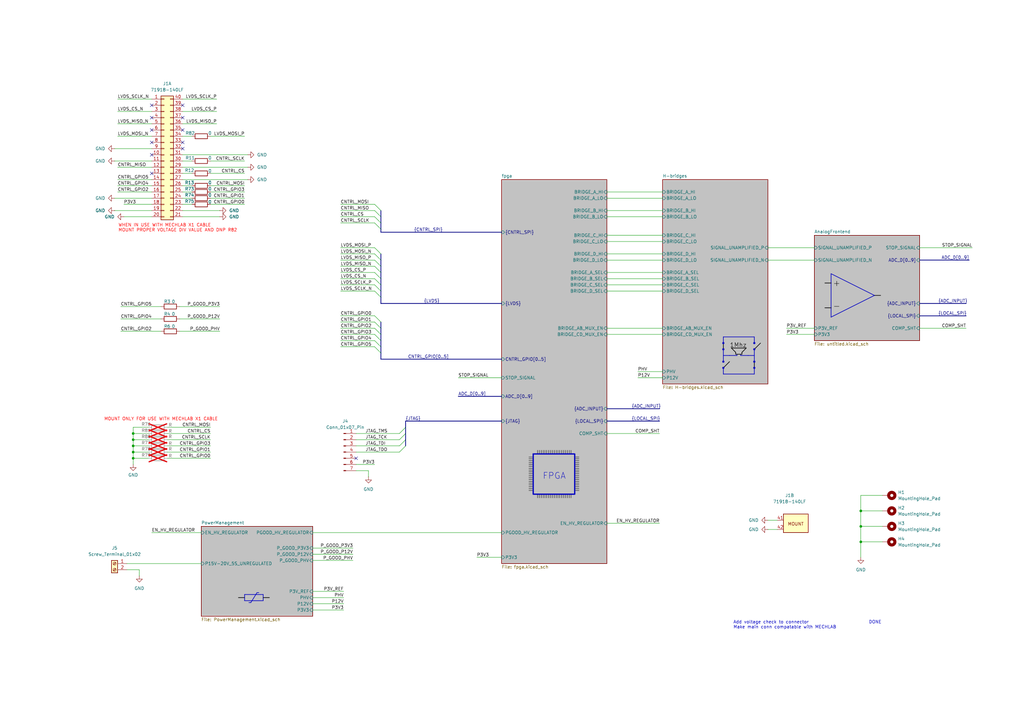
<source format=kicad_sch>
(kicad_sch (version 20231120) (generator "eeschema") (generator_version "8.0")
  (paper "A3")
  (lib_symbols
    (symbol "10_ICs:71918-140LF" (pin_names hide)
      (property "Reference" "J" (at 0.508 1.016 0))
      (property "Value" "71918-140LF" (at 0 0 0))
      (symbol "71918-140LF_1_1"
        (pin passive line (at -3.81 -1.27 0) (length 3.81) (name "Pin_1") (number "1"))
        (pin passive line (at -3.81 -24.13 0) (length 3.81) (name "Pin_10") (number "10"))
        (pin passive line (at -3.81 -26.67 0) (length 3.81) (name "Pin_11") (number "11"))
        (pin passive line (at -3.81 -29.21 0) (length 3.81) (name "Pin_12") (number "12"))
        (pin passive line (at -3.81 -31.75 0) (length 3.81) (name "Pin_13") (number "13"))
        (pin passive line (at -3.81 -34.29 0) (length 3.81) (name "Pin_14") (number "14"))
        (pin passive line (at -3.81 -36.83 0) (length 3.81) (name "Pin_15") (number "15"))
        (pin passive line (at -3.81 -39.37 0) (length 3.81) (name "Pin_16") (number "16"))
        (pin passive line (at -3.81 -41.91 0) (length 3.81) (name "Pin_17") (number "17"))
        (pin passive line (at -3.81 -44.45 0) (length 3.81) (name "Pin_18") (number "18"))
        (pin passive line (at -3.81 -46.99 0) (length 3.81) (name "Pin_19") (number "19"))
        (pin passive line (at -3.81 -3.81 0) (length 3.81) (name "Pin_2") (number "2"))
        (pin passive line (at -3.81 -49.53 0) (length 3.81) (name "Pin_20") (number "20"))
        (pin passive line (at 8.89 -49.53 180) (length 3.81) (name "Pin_21") (number "21"))
        (pin passive line (at 8.89 -46.99 180) (length 3.81) (name "Pin_22") (number "22"))
        (pin passive line (at 8.89 -44.45 180) (length 3.81) (name "Pin_23") (number "23"))
        (pin passive line (at 8.89 -41.91 180) (length 3.81) (name "Pin_24") (number "24"))
        (pin passive line (at 8.89 -39.37 180) (length 3.81) (name "Pin_25") (number "25"))
        (pin passive line (at 8.89 -36.83 180) (length 3.81) (name "Pin_26") (number "26"))
        (pin passive line (at 8.89 -34.29 180) (length 3.81) (name "Pin_27") (number "27"))
        (pin passive line (at 8.89 -31.75 180) (length 3.81) (name "Pin_28") (number "28"))
        (pin passive line (at 8.89 -29.21 180) (length 3.81) (name "Pin_29") (number "29"))
        (pin passive line (at -3.81 -6.35 0) (length 3.81) (name "Pin_3") (number "3"))
        (pin passive line (at 8.89 -26.67 180) (length 3.81) (name "Pin_30") (number "30"))
        (pin passive line (at 8.89 -24.13 180) (length 3.81) (name "Pin_31") (number "31"))
        (pin passive line (at 8.89 -21.59 180) (length 3.81) (name "Pin_32") (number "32"))
        (pin passive line (at 8.89 -19.05 180) (length 3.81) (name "Pin_33") (number "33"))
        (pin passive line (at 8.89 -16.51 180) (length 3.81) (name "Pin_34") (number "34"))
        (pin passive line (at 8.89 -13.97 180) (length 3.81) (name "Pin_35") (number "35"))
        (pin passive line (at 8.89 -11.43 180) (length 3.81) (name "Pin_36") (number "36"))
        (pin passive line (at 8.89 -8.89 180) (length 3.81) (name "Pin_37") (number "37"))
        (pin passive line (at 8.89 -6.35 180) (length 3.81) (name "Pin_38") (number "38"))
        (pin passive line (at 8.89 -3.81 180) (length 3.81) (name "Pin_39") (number "39"))
        (pin passive line (at -3.81 -8.89 0) (length 3.81) (name "Pin_4") (number "4"))
        (pin passive line (at 8.89 -1.27 180) (length 3.81) (name "Pin_40") (number "40"))
        (pin passive line (at -3.81 -11.43 0) (length 3.81) (name "Pin_5") (number "5"))
        (pin passive line (at -3.81 -13.97 0) (length 3.81) (name "Pin_6") (number "6"))
        (pin passive line (at -3.81 -16.51 0) (length 3.81) (name "Pin_7") (number "7"))
        (pin passive line (at -3.81 -19.05 0) (length 3.81) (name "Pin_8") (number "8"))
        (pin passive line (at -3.81 -21.59 0) (length 3.81) (name "Pin_9") (number "9"))
      )
      (symbol "71918-140LF_2_1"
        (text "MOUNT\n" (at 5.08 -6.604 0) (effects (font (size 1.27 1.27))))
        (pin input line (at -2.54 -5.08 0) (length 2.54) (name "MOUNT_HOLE") (number "41"))
        (pin input line (at -2.54 -8.89 0) (length 2.54) (name "MOUNT_HOLE") (number "42"))
      )
    )
    (symbol "Connector:Conn_01x07_Pin" (pin_names (offset 1.016) hide)
      (property "Reference" "J" (at 0 10.16 0))
      (property "Value" "Conn_01x07_Pin" (at 0 -10.16 0))
      (symbol "Conn_01x07_Pin_1_1"
        (pin passive line (at 5.08 7.62 180) (length 3.81) (name "Pin_1") (number "1"))
        (pin passive line (at 5.08 5.08 180) (length 3.81) (name "Pin_2") (number "2"))
        (pin passive line (at 5.08 2.54 180) (length 3.81) (name "Pin_3") (number "3"))
        (pin passive line (at 5.08 0 180) (length 3.81) (name "Pin_4") (number "4"))
        (pin passive line (at 5.08 -2.54 180) (length 3.81) (name "Pin_5") (number "5"))
        (pin passive line (at 5.08 -5.08 180) (length 3.81) (name "Pin_6") (number "6"))
        (pin passive line (at 5.08 -7.62 180) (length 3.81) (name "Pin_7") (number "7"))
      )
    )
    (symbol "Connector:Screw_Terminal_01x02" (pin_names (offset 1.016) hide)
      (property "Reference" "J" (at 0 2.54 0))
      (property "Value" "Screw_Terminal_01x02" (at 0 -5.08 0))
      (symbol "Screw_Terminal_01x02_1_1"
        (pin passive line (at -5.08 0 0) (length 3.81) (name "Pin_1") (number "1"))
        (pin passive line (at -5.08 -2.54 0) (length 3.81) (name "Pin_2") (number "2"))
      )
    )
    (symbol "Device:R" (pin_numbers hide) (pin_names (offset 0))
      (property "Reference" "R" (at 2.032 0 90))
      (property "Value" "R" (at 0 0 90))
      (symbol "R_1_1"
        (pin passive line (at 0 3.81 270) (length 1.27) (name "~") (number "1"))
        (pin passive line (at 0 -3.81 90) (length 1.27) (name "~") (number "2"))
      )
    )
    (symbol "Mechanical:MountingHole_Pad" (pin_numbers hide) (pin_names (offset 1.016) hide) (exclude_from_sim yes) (in_bom no)
      (property "Reference" "H" (at 0 6.35 0))
      (property "Value" "MountingHole_Pad" (at 0 4.445 0))
      (symbol "MountingHole_Pad_1_1"
        (pin input line (at 0 -2.54 90) (length 2.54) (name "1") (number "1"))
      )
    )
    (symbol "power:GND" (power) (pin_numbers hide) (pin_names (offset 0) hide)
      (property "Value" "GND" (at 0 -3.81 0))
      (symbol "GND_1_1"
        (pin power_in line (at 0 0 270) (length 0) (name "~") (number "1"))
      )
    )
  )
  (bus_alias "CNTRL_SPI" (members "CNTRL_MOSI" "CNTRL_MISO" "CNTRL_CS" "CNTRL_SCLK"))
  (bus_alias "LVDS" (members "LVDS_MOSI_P" "LVDS_MOSI_N" "LVDS_MISO_P" "LVDS_MISO_N" "LVDS_CS_P" "LVDS_CS_N" "LVDS_SCLK_P" "LVDS_SCLK_N"))
  (junction (at 353.06 222.25))
  (junction (at 353.06 215.9))
  (junction (at 54.61 187.96))
  (junction (at 353.06 209.55))
  (junction (at 54.61 177.8))
  (junction (at 54.61 185.42))
  (junction (at 54.61 182.88))
  (junction (at 54.61 180.34))
  (no_connect (at 62.23 58.42))
  (no_connect (at 74.93 58.42))
  (no_connect (at 62.23 63.5))
  (no_connect (at 146.05 187.96))
  (no_connect (at 62.23 71.12))
  (no_connect (at 74.93 60.96))
  (no_connect (at 62.23 48.26))
  (no_connect (at 74.93 53.34))
  (no_connect (at 62.23 53.34))
  (no_connect (at 62.23 43.18))
  (no_connect (at 74.93 43.18))
  (no_connect (at 74.93 48.26))
  (bus_entry (at 153.67 106.68) (size 2.54 2.54))
  (bus_entry (at 153.67 129.54) (size 2.54 2.54))
  (bus_entry (at 153.67 116.84) (size 2.54 2.54))
  (bus_entry (at 153.67 83.82) (size 2.54 2.54))
  (bus_entry (at 153.67 132.08) (size 2.54 2.54))
  (bus_entry (at 153.67 91.44) (size 2.54 2.54))
  (bus_entry (at 166.37 180.34) (size -2.54 2.54))
  (bus_entry (at 153.67 111.76) (size 2.54 2.54))
  (bus_entry (at 153.67 114.3) (size 2.54 2.54))
  (bus_entry (at 153.67 86.36) (size 2.54 2.54))
  (bus_entry (at 153.67 119.38) (size 2.54 2.54))
  (bus_entry (at 153.67 142.24) (size 2.54 2.54))
  (bus_entry (at 153.67 101.6) (size 2.54 2.54))
  (bus_entry (at 153.67 109.22) (size 2.54 2.54))
  (bus_entry (at 166.37 182.88) (size -2.54 2.54))
  (bus_entry (at 166.37 175.26) (size -2.54 2.54))
  (bus_entry (at 153.67 139.7) (size 2.54 2.54))
  (bus_entry (at 153.67 104.14) (size 2.54 2.54))
  (bus_entry (at 166.37 177.8) (size -2.54 2.54))
  (bus_entry (at 153.67 137.16) (size 2.54 2.54))
  (bus_entry (at 153.67 88.9) (size 2.54 2.54))
  (bus_entry (at 153.67 134.62) (size 2.54 2.54))
  (polyline (pts (xy 235.966 197.358) (xy 237.49 197.358)) (stroke (width 0) (color 0 0 0 1)))
  (bus (pts (xy 166.37 175.26) (xy 166.37 177.8)))
  (wire (pts (xy 248.92 177.8) (xy 270.51 177.8)))
  (polyline (pts (xy 235.966 195.834) (xy 237.49 195.834)) (stroke (width 0) (color 0 0 0 1)))
  (wire (pts (xy 128.27 242.57) (xy 140.97 242.57)))
  (polyline (pts (xy 358.648 121.158) (xy 340.868 112.268)) (stroke (width 0.254)))
  (bus (pts (xy 377.19 106.68) (xy 397.51 106.68)))
  (bus (pts (xy 248.92 172.72) (xy 270.51 172.72)))
  (polyline (pts (xy 231.14 202.692) (xy 231.14 204.216)) (stroke (width 0) (color 0 0 0 1)))
  (wire (pts (xy 248.92 111.76) (xy 271.78 111.76)))
  (polyline (pts (xy 228.854 202.692) (xy 228.854 204.216)) (stroke (width 0) (color 0 0 0 1)))
  (polyline (pts (xy 233.426 186.182) (xy 233.426 184.658)) (stroke (width 0) (color 0 0 0 1)))
  (polyline (pts (xy 225.044 186.182) (xy 225.044 184.658)) (stroke (width 0) (color 0 0 0 1)))
  (wire (pts (xy 334.01 137.16) (xy 322.58 137.16)))
  (wire (pts (xy 88.9 50.8) (xy 74.93 50.8)))
  (wire (pts (xy 48.26 40.64) (xy 62.23 40.64)))
  (polyline (pts (xy 231.14 186.182) (xy 231.14 184.658)) (stroke (width 0) (color 0 0 0 1)))
  (wire (pts (xy 271.78 154.94) (xy 261.62 154.94)))
  (wire (pts (xy 195.58 228.6) (xy 205.74 228.6)))
  (wire (pts (xy 100.33 83.82) (xy 86.36 83.82)))
  (polyline (pts (xy 338.328 116.078) (xy 340.868 116.078)) (stroke (width 0.254) (color 0 0 0 1)))
  (wire (pts (xy 101.6 73.66) (xy 74.93 73.66)))
  (polyline (pts (xy 235.966 187.452) (xy 237.49 187.452)) (stroke (width 0) (color 0 0 0 1)))
  (wire (pts (xy 46.99 60.96) (xy 62.23 60.96)))
  (wire (pts (xy 54.61 187.96) (xy 60.96 187.96)))
  (wire (pts (xy 54.61 177.8) (xy 60.96 177.8)))
  (bus (pts (xy 156.21 132.08) (xy 156.21 134.62)))
  (polyline (pts (xy 107.95 245.11) (xy 110.49 245.11)) (stroke (width 0.254) (color 0 0 0 1)))
  (wire (pts (xy 74.93 81.28) (xy 78.74 81.28)))
  (polyline (pts (xy 221.996 186.182) (xy 221.996 184.658)) (stroke (width 0) (color 0 0 0 1)))
  (polyline (pts (xy 234.188 186.182) (xy 234.188 184.658)) (stroke (width 0) (color 0 0 0 1)))
  (wire (pts (xy 128.27 227.33) (xy 144.78 227.33)))
  (bus (pts (xy 156.21 121.92) (xy 156.21 124.46)))
  (wire (pts (xy 248.92 214.63) (xy 270.51 214.63)))
  (bus (pts (xy 156.21 119.38) (xy 156.21 121.92)))
  (polyline (pts (xy 228.092 186.182) (xy 228.092 184.658)) (stroke (width 0) (color 0 0 0 1)))
  (polyline (pts (xy 231.902 202.692) (xy 231.902 204.216)) (stroke (width 0) (color 0 0 0 1)))
  (polyline (pts (xy 303.784 145.288) (xy 303.784 145.796)) (stroke (width 0.254)))
  (wire (pts (xy 248.92 88.9) (xy 271.78 88.9)))
  (wire (pts (xy 248.92 134.62) (xy 271.78 134.62)))
  (wire (pts (xy 54.61 187.96) (xy 54.61 185.42)))
  (bus (pts (xy 156.21 144.78) (xy 156.21 147.32)))
  (polyline (pts (xy 218.44 189.738) (xy 216.916 189.738)) (stroke (width 0) (color 0 0 0 1)))
  (bus (pts (xy 156.21 137.16) (xy 156.21 139.7)))
  (wire (pts (xy 52.07 231.14) (xy 82.55 231.14)))
  (wire (pts (xy 46.99 81.28) (xy 62.23 81.28)))
  (polyline (pts (xy 296.672 150.876) (xy 296.672 153.416)) (stroke (width 0.254)))
  (wire (pts (xy 139.7 137.16) (xy 153.67 137.16)))
  (wire (pts (xy 139.7 134.62) (xy 153.67 134.62)))
  (polyline (pts (xy 309.372 145.796) (xy 309.372 148.336)) (stroke (width 0.254)))
  (polyline (pts (xy 225.806 202.692) (xy 225.806 204.216)) (stroke (width 0) (color 0 0 0 1)))
  (wire (pts (xy 248.92 96.52) (xy 271.78 96.52)))
  (bus (pts (xy 156.21 95.25) (xy 205.74 95.25)))
  (polyline (pts (xy 228.092 202.692) (xy 228.092 204.216)) (stroke (width 0) (color 0 0 0 1)))
  (polyline (pts (xy 309.372 143.256) (xy 309.372 145.796)) (stroke (width 0.254)))
  (polyline (pts (xy 296.672 153.416) (xy 309.372 153.416)) (stroke (width 0.254)))
  (bus (pts (xy 156.21 142.24) (xy 156.21 144.78)))
  (wire (pts (xy 139.7 111.76) (xy 153.67 111.76)))
  (polyline (pts (xy 296.672 138.176) (xy 296.672 140.716)) (stroke (width 0.254)))
  (polyline (pts (xy 235.966 198.882) (xy 237.49 198.882)) (stroke (width 0) (color 0 0 0 1)))
  (polyline (pts (xy 107.95 246.38) (xy 100.33 246.38)) (stroke (width 0.254)))
  (wire (pts (xy 153.67 190.5) (xy 146.05 190.5)))
  (polyline (pts (xy 235.966 196.596) (xy 237.49 196.596)) (stroke (width 0) (color 0 0 0 1)))
  (polyline (pts (xy 309.372 140.716) (xy 309.372 138.176)) (stroke (width 0.254)))
  (polyline (pts (xy 235.966 200.406) (xy 237.49 200.406)) (stroke (width 0) (color 0 0 0 1)))
  (wire (pts (xy 128.27 224.79) (xy 144.78 224.79)))
  (wire (pts (xy 74.93 78.74) (xy 78.74 78.74)))
  (wire (pts (xy 248.92 81.28) (xy 271.78 81.28)))
  (polyline (pts (xy 235.966 189.738) (xy 237.49 189.738)) (stroke (width 0) (color 0 0 0 1)))
  (wire (pts (xy 62.23 73.66) (xy 48.26 73.66)))
  (wire (pts (xy 377.19 101.6) (xy 398.78 101.6)))
  (wire (pts (xy 88.9 40.64) (xy 74.93 40.64)))
  (wire (pts (xy 50.8 88.9) (xy 62.23 88.9)))
  (bus (pts (xy 166.37 172.72) (xy 205.74 172.72)))
  (wire (pts (xy 86.36 66.04) (xy 100.33 66.04)))
  (bus (pts (xy 156.21 88.9) (xy 156.21 91.44)))
  (wire (pts (xy 128.27 250.19) (xy 140.97 250.19)))
  (wire (pts (xy 46.99 86.36) (xy 62.23 86.36)))
  (bus (pts (xy 377.19 129.54) (xy 396.24 129.54)))
  (polyline (pts (xy 218.44 198.12) (xy 216.916 198.12)) (stroke (width 0) (color 0 0 0 1)))
  (polyline (pts (xy 218.44 198.882) (xy 216.916 198.882)) (stroke (width 0) (color 0 0 0 1)))
  (wire (pts (xy 361.95 203.2) (xy 353.06 203.2)))
  (wire (pts (xy 353.06 222.25) (xy 353.06 228.6)))
  (polyline (pts (xy 227.33 202.692) (xy 227.33 204.216)) (stroke (width 0) (color 0 0 0 1)))
  (wire (pts (xy 100.33 81.28) (xy 86.36 81.28)))
  (wire (pts (xy 86.36 55.88) (xy 100.33 55.88)))
  (polyline (pts (xy 235.966 194.31) (xy 237.49 194.31)) (stroke (width 0) (color 0 0 0 1)))
  (wire (pts (xy 146.05 177.8) (xy 163.83 177.8)))
  (wire (pts (xy 54.61 185.42) (xy 54.61 182.88)))
  (polyline (pts (xy 309.372 148.336) (xy 309.372 150.876)) (stroke (width 0.254) (color 0 0 0 1)))
  (wire (pts (xy 73.66 130.81) (xy 90.17 130.81)))
  (wire (pts (xy 68.58 187.96) (xy 86.36 187.96)))
  (wire (pts (xy 187.96 154.94) (xy 205.74 154.94)))
  (polyline (pts (xy 303.784 145.796) (xy 306.832 145.796)) (stroke (width 0.254)))
  (polyline (pts (xy 304.292 144.526) (xy 304.292 145.288)) (stroke (width 0.254) (color 0 0 0 1)))
  (wire (pts (xy 62.23 83.82) (xy 50.8 83.82)))
  (polyline (pts (xy 306.832 145.796) (xy 309.372 145.796)) (stroke (width 0.254)))
  (polyline (pts (xy 218.44 193.548) (xy 216.916 193.548)) (stroke (width 0) (color 0 0 0 1)))
  (wire (pts (xy 353.06 209.55) (xy 353.06 215.9)))
  (wire (pts (xy 62.23 76.2) (xy 48.26 76.2)))
  (wire (pts (xy 90.17 86.36) (xy 74.93 86.36)))
  (wire (pts (xy 248.92 104.14) (xy 271.78 104.14)))
  (wire (pts (xy 139.7 86.36) (xy 153.67 86.36)))
  (polyline (pts (xy 218.44 191.262) (xy 216.916 191.262)) (stroke (width 0) (color 0 0 0 1)))
  (polyline (pts (xy 296.672 150.876) (xy 299.212 148.336)) (stroke (width 0.254) (color 0 0 0 1)))
  (polyline (pts (xy 230.378 202.692) (xy 230.378 204.216)) (stroke (width 0) (color 0 0 0 1)))
  (wire (pts (xy 139.7 104.14) (xy 153.67 104.14)))
  (polyline (pts (xy 107.95 243.84) (xy 107.95 246.38)) (stroke (width 0.254)))
  (polyline (pts (xy 224.282 202.692) (xy 224.282 204.216)) (stroke (width 0) (color 0 0 0 1)))
  (polyline (pts (xy 220.472 202.692) (xy 220.472 204.216)) (stroke (width 0) (color 0 0 0 1)))
  (wire (pts (xy 139.7 116.84) (xy 153.67 116.84)))
  (polyline (pts (xy 235.966 198.12) (xy 237.49 198.12)) (stroke (width 0) (color 0 0 0 1)))
  (wire (pts (xy 82.55 218.44) (xy 62.23 218.44)))
  (polyline (pts (xy 220.472 186.182) (xy 220.472 184.658)) (stroke (width 0) (color 0 0 0 1)))
  (polyline (pts (xy 235.966 195.072) (xy 237.49 195.072)) (stroke (width 0) (color 0 0 0 1)))
  (polyline (pts (xy 232.664 202.692) (xy 232.664 204.216)) (stroke (width 0) (color 0 0 0 1)))
  (polyline (pts (xy 299.974 142.748) (xy 306.07 142.748)) (stroke (width 0.254) (color 0 0 0 1)))
  (wire (pts (xy 146.05 180.34) (xy 163.83 180.34)))
  (wire (pts (xy 353.06 203.2) (xy 353.06 209.55)))
  (bus (pts (xy 187.96 162.56) (xy 205.74 162.56)))
  (wire (pts (xy 139.7 142.24) (xy 153.67 142.24)))
  (bus (pts (xy 156.21 134.62) (xy 156.21 137.16)))
  (wire (pts (xy 73.66 135.89) (xy 90.17 135.89)))
  (polyline (pts (xy 235.966 191.262) (xy 237.49 191.262)) (stroke (width 0) (color 0 0 0 1)))
  (bus (pts (xy 156.21 111.76) (xy 156.21 114.3)))
  (wire (pts (xy 54.61 180.34) (xy 60.96 180.34)))
  (polyline (pts (xy 234.188 202.692) (xy 234.188 204.216)) (stroke (width 0) (color 0 0 0 1)))
  (polyline (pts (xy 225.806 186.182) (xy 225.806 184.658)) (stroke (width 0) (color 0 0 0 1)))
  (bus (pts (xy 166.37 180.34) (xy 166.37 182.88)))
  (bus (pts (xy 377.19 124.46) (xy 396.24 124.46)))
  (wire (pts (xy 248.92 116.84) (xy 271.78 116.84)))
  (polyline (pts (xy 296.672 138.176) (xy 309.372 138.176)) (stroke (width 0.254)))
  (wire (pts (xy 101.6 63.5) (xy 74.93 63.5)))
  (wire (pts (xy 314.96 101.6) (xy 334.01 101.6)))
  (polyline (pts (xy 227.33 186.182) (xy 227.33 184.658)) (stroke (width 0) (color 0 0 0 1)))
  (polyline (pts (xy 218.44 192.786) (xy 216.916 192.786)) (stroke (width 0) (color 0 0 0 1)))
  (polyline (pts (xy 224.282 186.182) (xy 224.282 184.658)) (stroke (width 0) (color 0 0 0 1)))
  (wire (pts (xy 74.93 71.12) (xy 78.74 71.12)))
  (polyline (pts (xy 100.33 243.84) (xy 107.95 243.84)) (stroke (width 0.254)))
  (wire (pts (xy 48.26 68.58) (xy 62.23 68.58)))
  (bus (pts (xy 156.21 91.44) (xy 156.21 93.98)))
  (bus (pts (xy 156.21 109.22) (xy 156.21 111.76)))
  (wire (pts (xy 139.7 139.7) (xy 153.67 139.7)))
  (wire (pts (xy 248.92 99.06) (xy 271.78 99.06)))
  (wire (pts (xy 334.01 134.62) (xy 322.58 134.62)))
  (polyline (pts (xy 221.996 202.692) (xy 221.996 204.216)) (stroke (width 0) (color 0 0 0 1)))
  (wire (pts (xy 54.61 182.88) (xy 60.96 182.88)))
  (polyline (pts (xy 100.33 243.84) (xy 100.33 246.38)) (stroke (width 0.254)))
  (wire (pts (xy 248.92 78.74) (xy 271.78 78.74)))
  (wire (pts (xy 139.7 101.6) (xy 153.67 101.6)))
  (bus (pts (xy 166.37 172.72) (xy 166.37 175.26)))
  (polyline (pts (xy 223.52 202.692) (xy 223.52 204.216)) (stroke (width 0) (color 0 0 0 1)))
  (wire (pts (xy 248.92 114.3) (xy 271.78 114.3)))
  (polyline (pts (xy 226.568 186.182) (xy 226.568 184.658)) (stroke (width 0) (color 0 0 0 1)))
  (wire (pts (xy 353.06 222.25) (xy 361.95 222.25)))
  (polyline (pts (xy 218.44 200.406) (xy 216.916 200.406)) (stroke (width 0) (color 0 0 0 1)))
  (wire (pts (xy 48.26 45.72) (xy 62.23 45.72)))
  (wire (pts (xy 54.61 190.5) (xy 54.61 187.96)))
  (wire (pts (xy 271.78 152.4) (xy 261.62 152.4)))
  (wire (pts (xy 54.61 180.34) (xy 54.61 177.8)))
  (polyline (pts (xy 230.378 186.182) (xy 230.378 184.658)) (stroke (width 0) (color 0 0 0 1)))
  (polyline (pts (xy 218.44 201.168) (xy 216.916 201.168)) (stroke (width 0) (color 0 0 0 1)))
  (polyline (pts (xy 358.648 121.158) (xy 361.188 121.158)) (stroke (width 0.254) (color 0 0 0 1)))
  (wire (pts (xy 54.61 175.26) (xy 60.96 175.26)))
  (wire (pts (xy 361.95 215.9) (xy 353.06 215.9)))
  (polyline (pts (xy 221.234 186.182) (xy 221.234 184.658)) (stroke (width 0) (color 0 0 0 1)))
  (polyline (pts (xy 302.26 145.288) (xy 302.26 145.796)) (stroke (width 0.254)))
  (polyline (pts (xy 235.966 192.024) (xy 237.49 192.024)) (stroke (width 0) (color 0 0 0 1)))
  (polyline (pts (xy 223.52 186.182) (xy 223.52 184.658)) (stroke (width 0) (color 0 0 0 1)))
  (wire (pts (xy 54.61 182.88) (xy 54.61 180.34)))
  (wire (pts (xy 54.61 177.8) (xy 54.61 175.26)))
  (polyline (pts (xy 228.854 186.182) (xy 228.854 184.658)) (stroke (width 0) (color 0 0 0 1)))
  (polyline (pts (xy 231.902 186.182) (xy 231.902 184.658)) (stroke (width 0) (color 0 0 0 1)))
  (polyline (pts (xy 218.44 192.024) (xy 216.916 192.024)) (stroke (width 0) (color 0 0 0 1)))
  (wire (pts (xy 52.07 233.68) (xy 57.15 233.68)))
  (polyline (pts (xy 222.758 202.692) (xy 222.758 204.216)) (stroke (width 0) (color 0 0 0 1)))
  (polyline (pts (xy 235.966 188.214) (xy 237.49 188.214)) (stroke (width 0) (color 0 0 0 1)))
  (wire (pts (xy 139.7 106.68) (xy 153.67 106.68)))
  (polyline (pts (xy 235.966 190.5) (xy 237.49 190.5)) (stroke (width 0) (color 0 0 0 1)))
  (bus (pts (xy 156.21 116.84) (xy 156.21 119.38)))
  (wire (pts (xy 139.7 132.08) (xy 153.67 132.08)))
  (bus (pts (xy 156.21 86.36) (xy 156.21 88.9)))
  (wire (pts (xy 74.93 66.04) (xy 78.74 66.04)))
  (bus (pts (xy 156.21 147.32) (xy 205.74 147.32)))
  (wire (pts (xy 128.27 245.11) (xy 140.97 245.11)))
  (polyline (pts (xy 235.966 199.644) (xy 237.49 199.644)) (stroke (width 0) (color 0 0 0 1)))
  (polyline (pts (xy 299.212 145.796) (xy 302.26 145.796)) (stroke (width 0.254)))
  (polyline (pts (xy 235.966 192.786) (xy 237.49 192.786)) (stroke (width 0) (color 0 0 0 1)))
  (polyline (pts (xy 105.41 243.078) (xy 106.172 243.078)) (stroke (width 0.254)))
  (wire (pts (xy 353.06 215.9) (xy 353.06 222.25)))
  (wire (pts (xy 49.53 130.81) (xy 66.04 130.81)))
  (polyline (pts (xy 218.44 196.596) (xy 216.916 196.596)) (stroke (width 0) (color 0 0 0 1)))
  (wire (pts (xy 49.53 135.89) (xy 66.04 135.89)))
  (polyline (pts (xy 218.44 188.976) (xy 216.916 188.976)) (stroke (width 0) (color 0 0 0 1)))
  (wire (pts (xy 54.61 185.42) (xy 60.96 185.42)))
  (polyline (pts (xy 218.44 188.214) (xy 216.916 188.214)) (stroke (width 0) (color 0 0 0 1)))
  (wire (pts (xy 248.92 137.16) (xy 271.78 137.16)))
  (polyline (pts (xy 301.752 145.288) (xy 304.292 145.288)) (stroke (width 0.254) (color 0 0 0 1)))
  (polyline (pts (xy 218.44 195.072) (xy 216.916 195.072)) (stroke (width 0) (color 0 0 0 1)))
  (wire (pts (xy 88.9 45.72) (xy 74.93 45.72)))
  (polyline (pts (xy 235.966 188.976) (xy 237.49 188.976)) (stroke (width 0) (color 0 0 0 1)))
  (polyline (pts (xy 229.616 186.182) (xy 229.616 184.658)) (stroke (width 0) (color 0 0 0 1)))
  (polyline (pts (xy 218.44 190.5) (xy 216.916 190.5)) (stroke (width 0) (color 0 0 0 1)))
  (polyline (pts (xy 229.616 202.692) (xy 229.616 204.216)) (stroke (width 0) (color 0 0 0 1)))
  (wire (pts (xy 101.6 68.58) (xy 74.93 68.58)))
  (wire (pts (xy 68.58 182.88) (xy 86.36 182.88)))
  (polyline (pts (xy 218.44 187.452) (xy 216.916 187.452)) (stroke (width 0) (color 0 0 0 1)))
  (polyline (pts (xy 296.672 140.716) (xy 296.672 143.256)) (stroke (width 0.254) (color 0 0 0 1)))
  (wire (pts (xy 139.7 88.9) (xy 153.67 88.9)))
  (polyline (pts (xy 233.426 202.692) (xy 233.426 204.216)) (stroke (width 0) (color 0 0 0 1)))
  (polyline (pts (xy 218.44 195.834) (xy 216.916 195.834)) (stroke (width 0) (color 0 0 0 1)))
  (polyline (pts (xy 222.758 186.182) (xy 222.758 184.658)) (stroke (width 0) (color 0 0 0 1)))
  (polyline (pts (xy 296.672 145.796) (xy 299.212 145.796)) (stroke (width 0.254)))
  (wire (pts (xy 314.96 106.68) (xy 334.01 106.68)))
  (bus (pts (xy 156.21 124.46) (xy 205.74 124.46)))
  (polyline (pts (xy 338.328 126.238) (xy 340.868 126.238)) (stroke (width 0.254) (color 0 0 0 1)))
  (wire (pts (xy 139.7 91.44) (xy 153.67 91.44)))
  (wire (pts (xy 139.7 109.22) (xy 153.67 109.22)))
  (polyline (pts (xy 225.044 202.692) (xy 225.044 204.216)) (stroke (width 0) (color 0 0 0 1)))
  (wire (pts (xy 377.19 134.62) (xy 396.24 134.62)))
  (polyline (pts (xy 340.868 112.268) (xy 340.868 130.048)) (stroke (width 0.254)))
  (wire (pts (xy 86.36 78.74) (xy 100.33 78.74)))
  (polyline (pts (xy 235.966 201.168) (xy 237.49 201.168)) (stroke (width 0) (color 0 0 0 1)))
  (polyline (pts (xy 232.664 186.182) (xy 232.664 184.658)) (stroke (width 0) (color 0 0 0 1)))
  (wire (pts (xy 146.05 185.42) (xy 163.83 185.42)))
  (wire (pts (xy 74.93 55.88) (xy 78.74 55.88)))
  (polyline (pts (xy 340.868 130.048) (xy 358.648 121.158)) (stroke (width 0.254)))
  (polyline (pts (xy 218.44 197.358) (xy 216.916 197.358)) (stroke (width 0) (color 0 0 0 1)))
  (wire (pts (xy 361.95 209.55) (xy 353.06 209.55)))
  (wire (pts (xy 139.7 119.38) (xy 153.67 119.38)))
  (wire (pts (xy 49.53 125.73) (xy 66.04 125.73)))
  (wire (pts (xy 128.27 218.44) (xy 205.74 218.44)))
  (polyline (pts (xy 301.752 144.526) (xy 301.752 145.288)) (stroke (width 0.254) (color 0 0 0 1)))
  (wire (pts (xy 68.58 180.34) (xy 86.36 180.34)))
  (wire (pts (xy 74.93 83.82) (xy 78.74 83.82)))
  (wire (pts (xy 248.92 119.38) (xy 271.78 119.38)))
  (polyline (pts (xy 296.672 143.256) (xy 296.672 148.336)) (stroke (width 0.254)))
  (polyline (pts (xy 221.234 202.692) (xy 221.234 204.216)) (stroke (width 0) (color 0 0 0 1)))
  (polyline (pts (xy 299.974 142.748) (xy 301.752 144.526)) (stroke (width 0.254) (color 0 0 0 1)))
  (wire (pts (xy 48.26 50.8) (xy 62.23 50.8)))
  (bus (pts (xy 166.37 177.8) (xy 166.37 180.34)))
  (wire (pts (xy 139.7 129.54) (xy 153.67 129.54)))
  (polyline (pts (xy 102.108 247.142) (xy 102.87 247.142)) (stroke (width 0.254)))
  (wire (pts (xy 128.27 229.87) (xy 144.78 229.87)))
  (wire (pts (xy 74.93 76.2) (xy 78.74 76.2)))
  (polyline (pts (xy 226.568 202.692) (xy 226.568 204.216)) (stroke (width 0) (color 0 0 0 1)))
  (wire (pts (xy 100.33 76.2) (xy 86.36 76.2)))
  (wire (pts (xy 68.58 177.8) (xy 86.36 177.8)))
  (polyline (pts (xy 235.966 193.548) (xy 237.49 193.548)) (stroke (width 0) (color 0 0 0 1)))
  (polyline (pts (xy 102.87 247.142) (xy 105.41 243.078)) (stroke (width 0.254)))
  (bus (pts (xy 156.21 139.7) (xy 156.21 142.24)))
  (wire (pts (xy 151.13 193.04) (xy 151.13 195.58)))
  (bus (pts (xy 248.92 167.64) (xy 270.51 167.64)))
  (bus (pts (xy 156.21 106.68) (xy 156.21 109.22)))
  (wire (pts (xy 314.96 217.17) (xy 318.77 217.17)))
  (wire (pts (xy 248.92 106.68) (xy 271.78 106.68)))
  (bus (pts (xy 156.21 114.3) (xy 156.21 116.84)))
  (wire (pts (xy 90.17 88.9) (xy 74.93 88.9)))
  (wire (pts (xy 73.66 125.73) (xy 90.17 125.73)))
  (polyline (pts (xy 304.292 144.526) (xy 306.07 142.748)) (stroke (width 0.254) (color 0 0 0 1)))
  (polyline (pts (xy 218.44 199.644) (xy 216.916 199.644)) (stroke (width 0) (color 0 0 0 1)))
  (wire (pts (xy 128.27 247.65) (xy 140.97 247.65)))
  (wire (pts (xy 57.15 233.68) (xy 57.15 236.22)))
  (wire (pts (xy 146.05 193.04) (xy 151.13 193.04)))
  (wire (pts (xy 48.26 78.74) (xy 62.23 78.74)))
  (wire (pts (xy 68.58 185.42) (xy 86.36 185.42)))
  (wire (pts (xy 314.96 213.36) (xy 318.77 213.36)))
  (polyline (pts (xy 309.372 143.256) (xy 311.912 140.716)) (stroke (width 0.254) (color 0 0 0 1)))
  (wire (pts (xy 86.36 71.12) (xy 100.33 71.12)))
  (bus (pts (xy 156.21 104.14) (xy 156.21 106.68)))
  (wire (pts (xy 48.26 55.88) (xy 62.23 55.88)))
  (wire (pts (xy 139.7 114.3) (xy 153.67 114.3)))
  (wire (pts (xy 46.99 66.04) (xy 62.23 66.04)))
  (polyline (pts (xy 309.372 150.876) (xy 309.372 153.416)) (stroke (width 0.254)))
  (polyline (pts (xy 218.44 194.31) (xy 216.916 194.31)) (stroke (width 0) (color 0 0 0 1)))
  (wire (pts (xy 146.05 182.88) (xy 163.83 182.88)))
  (wire (pts (xy 139.7 83.82) (xy 153.67 83.82)))
  (wire (pts (xy 248.92 86.36) (xy 271.78 86.36)))
  (wire (pts (xy 68.58 175.26) (xy 86.36 175.26)))
  (bus (pts (xy 156.21 93.98) (xy 156.21 95.25)))
  (polyline (pts (xy 97.79 245.11) (xy 100.33 245.11)) (stroke (width 0.254) (color 0 0 0 1)))
  (circle (center 296.672 140.716) (radius 0.254) (stroke (width 0.381)))
  (circle (center 309.372 148.336) (radius 0.254) (stroke (width 0.381)))
  (circle (center 296.672 148.336) (radius 0.254) (stroke (width 0.381)))
  (circle (center 309.372 140.716) (radius 0.254) (stroke (width 0.381)))
  (circle (center 309.372 150.876) (radius 0.254) (stroke (width 0.381)))
  (circle (center 296.672 143.256) (radius 0.254) (stroke (width 0.381)))
  (rectangle (start 218.694 186.182) (end 235.712 202.692) (stroke (width 0.508)))
  (circle (center 309.372 143.256) (radius 0.254) (stroke (width 0.381)))
  (circle (center 296.672 150.876) (radius 0.254) (stroke (width 0.381)))
  (text "FPGA" (at 227.33 195.326 0) (effects (font (size 2.54 2.54))))
  (text "-" (at 343.154 125.73 0) (effects (font (size 2.54 2.54))))
  (text "WHEN IN USE WITH MECHLAB X1 CABLE\nMOUNT PROPER VOLTAGE DIV VALUE AND DNP R82\n" (at 48.514 93.472 0) (effects (font (size 1.27 1.27)) (justify left)))
  (text "Add voltage check to connector 				DONE\nMake main conn compatable with MECHLAB		\n" (at 300.736 256.286 0) (effects (font (size 1.27 1.27)) (justify left)))
  (text "+" (at 343.154 116.332 0) (effects (font (size 2.54 2.54))))
  (text "MOUNT ONLY FOR USE WITH MECHLAB X1 CABLE" (at 66.04 171.958 0) (effects (font (size 1.27 1.27))))
  (text "1Mhz" (at 302.768 141.732 0) (effects (font (size 1.778 1.778))))
  (label "LVDS_CS_P" (at 88.9 45.72 180))
  (label "LVDS_MOSI_P" (at 139.7 101.6 0))
  (label "P3V_REF" (at 322.58 134.62 0))
  (label "COMP_SHT" (at 270.51 177.8 180))
  (label "P12V" (at 140.97 247.65 180))
  (label "CNTRL_MOSI" (at 100.33 76.2 180))
  (label "LVDS_CS_N" (at 48.26 45.72 0))
  (label "{ADC_INPUT}" (at 259.08 167.64 0))
  (label "P_GOOD_PHV" (at 90.17 135.89 180))
  (label "{CNTRL_SPI}" (at 181.61 95.25 180))
  (label "P3V3" (at 140.97 250.19 180))
  (label "{ADC_INPUT}" (at 384.81 124.46 0))
  (label "LVDS_MISO_P" (at 88.9 50.8 180))
  (label "P_GOOD_P3V3" (at 144.78 224.79 180))
  (label "CNTRL_GPIO4" (at 48.26 76.2 0))
  (label "COMP_SHT" (at 396.24 134.62 180))
  (label "JTAG_TDI" (at 149.86 182.88 0))
  (label "CNTRL_GPIO2" (at 139.7 134.62 0))
  (label "LVDS_CS_P" (at 139.7 111.76 0))
  (label "CNTRL_GPIO3" (at 139.7 137.16 0))
  (label "CNTRL_GPIO5" (at 49.53 125.73 0))
  (label "CNTRL_GPIO2" (at 48.26 78.74 0))
  (label "CNTRL_CS" (at 86.36 177.8 180))
  (label "PHV" (at 261.62 152.4 0))
  (label "CNTRL_GPIO0" (at 86.36 187.96 180))
  (label "LVDS_MISO_P" (at 139.7 106.68 0))
  (label "P_GOOD_P12V" (at 144.78 227.33 180))
  (label "ADC_D[0..9]" (at 187.96 162.56 0))
  (label "LVDS_CS_N" (at 139.7 114.3 0))
  (label "JTAG_TDO" (at 149.86 185.42 0))
  (label "CNTRL_GPIO5" (at 139.7 142.24 0))
  (label "{LOCAL_SPI}" (at 384.81 129.54 0))
  (label "CNTRL_GPIO[0..5]" (at 184.15 147.32 180))
  (label "CNTRL_MOSI" (at 139.7 83.82 0))
  (label "CNTRL_GPIO1" (at 139.7 132.08 0))
  (label "EN_HV_REGULATOR" (at 270.51 214.63 180))
  (label "CNTRL_GPIO0" (at 139.7 129.54 0))
  (label "P_GOOD_PHV" (at 144.78 229.87 180))
  (label "CNTRL_GPIO3" (at 86.36 182.88 180))
  (label "EN_HV_REGULATOR" (at 62.23 218.44 0))
  (label "LVDS_SCLK_N" (at 48.26 40.64 0))
  (label "{LVDS}" (at 180.34 124.46 180))
  (label "CNTRL_GPIO0" (at 100.33 83.82 180))
  (label "P_GOOD_P12V" (at 90.17 130.81 180))
  (label "ADC_D[0..9]" (at 397.51 106.68 180))
  (label "CNTRL_SCLK" (at 139.7 91.44 0))
  (label "CNTRL_GPIO4" (at 49.53 130.81 0))
  (label "LVDS_SCLK_N" (at 139.7 119.38 0))
  (label "CNTRL_GPIO1" (at 100.33 81.28 180))
  (label "CNTRL_GPIO1" (at 86.36 185.42 180))
  (label "CNTRL_GPIO4" (at 139.7 139.7 0))
  (label "P3V_REF" (at 140.97 242.57 180))
  (label "LVDS_SCLK_P" (at 88.9 40.64 180))
  (label "LVDS_MOSI_P" (at 100.33 55.88 180))
  (label "P3V3" (at 322.58 137.16 0))
  (label "STOP_SIGNAL" (at 187.96 154.94 0))
  (label "P3V3" (at 153.67 190.5 180))
  (label "CNTRL_MISO" (at 139.7 86.36 0))
  (label "P3V3" (at 195.58 228.6 0))
  (label "CNTRL_MOSI" (at 86.36 175.26 180))
  (label "{LOCAL_SPI}" (at 259.08 172.72 0))
  (label "LVDS_SCLK_P" (at 139.7 116.84 0))
  (label "CNTRL_CS" (at 100.33 71.12 180))
  (label "P12V" (at 261.62 154.94 0))
  (label "CNTRL_SCLK" (at 100.33 66.04 180))
  (label "LVDS_MISO_N" (at 48.26 50.8 0))
  (label "CNTRL_CS" (at 139.7 88.9 0))
  (label "CNTRL_SCLK" (at 86.36 180.34 180))
  (label "{JTAG}" (at 166.37 172.72 0))
  (label "P_GOOD_P3V3" (at 90.17 125.73 180))
  (label "PHV" (at 140.97 245.11 180))
  (label "CNTRL_GPIO3" (at 100.33 78.74 180))
  (label "CNTRL_GPIO5" (at 48.26 73.66 0))
  (label "CNTRL_GPIO2" (at 49.53 135.89 0))
  (label "LVDS_MOSI_N" (at 48.26 55.88 0))
  (label "P3V3" (at 50.8 83.82 0))
  (label "LVDS_MISO_N" (at 139.7 109.22 0))
  (label "STOP_SIGNAL" (at 398.78 101.6 180))
  (label "LVDS_MOSI_N" (at 139.7 104.14 0))
  (label "CNTRL_MISO" (at 48.26 68.58 0))
  (label "JTAG_TCK" (at 149.86 180.34 0))
  (label "JTAG_TMS" (at 149.86 177.8 0))
  (symbol (lib_id "power:GND") (at 314.96 213.36 270) (unit 1)
    (property "Reference" "#PWR0146" (effects (hide yes)))
    (property "Value" "GND" (at 311.15 213.3599 90) (effects (justify right)))
    (property "Description" "Power symbol creates a global label with name \"GND\" , ground" (effects (hide yes)))
  )
  (symbol (lib_id "power:GND") (at 57.15 236.22 0) (unit 1)
    (property "Reference" "#PWR071" (effects (hide yes)))
    (property "Value" "GND" (at 57.15 241.3 0))
    (property "Description" "Power symbol creates a global label with name \"GND\" , ground" (effects (hide yes)))
  )
  (symbol (lib_id "power:GND") (at 46.99 66.04 270) (unit 1)
    (property "Reference" "#PWR0147" (effects (hide yes)))
    (property "Value" "GND" (at 43.18 66.0399 90) (effects (justify right)))
    (property "Description" "Power symbol creates a global label with name \"GND\" , ground" (effects (hide yes)))
  )
  (symbol (lib_id "Device:R") (at 82.55 55.88 270) (unit 1)
    (property "Reference" "R82" (at 77.978 54.61 90))
    (property "Value" "0" (at 86.106 54.61 90))
    (property "Footprint" "Resistor_SMD:R_0603_1608Metric_Pad0.98x0.95mm_HandSolder" (effects (hide yes)))
    (property "Description" "Resistor" (effects (hide yes)))
  )
  (symbol (lib_id "Mechanical:MountingHole_Pad") (at 364.49 203.2 270) (unit 1)
    (property "Reference" "H1" (at 368.3 201.93 90) (effects (justify left)))
    (property "Value" "MountingHole_Pad" (at 368.3 204.47 90) (effects (justify left)))
    (property "Footprint" "MountingHole:MountingHole_3.2mm_M3_DIN965_Pad_TopBottom" (effects (hide yes)))
    (property "Description" "Mounting Hole with connection" (effects (hide yes)))
  )
  (symbol (lib_id "Device:R") (at 64.77 177.8 270) (unit 1) (dnp yes)
    (property "Reference" "R81" (at 59.944 176.53 90))
    (property "Value" "R" (at 69.85 176.784 90))
    (property "Footprint" "Resistor_SMD:R_0603_1608Metric_Pad0.98x0.95mm_HandSolder" (effects (hide yes)))
    (property "Description" "Resistor" (effects (hide yes)))
  )
  (symbol (lib_id "10_ICs:71918-140LF") (at 321.31 208.28 0) (unit 2)
    (property "Reference" "J1" (at 323.85 203.2 0))
    (property "Value" "71918-140LF" (at 323.85 205.74 0))
    (property "Footprint" "SpecialStuff:CON40_2X20_USZ_FCI_GLE" (effects (hide yes)))
    (property "Datasheet" "https://cdn.amphenol-cs.com/media/wysiwyg/files/documentation/datasheet/boardwiretoboard/bwb_quickie.pdf" (effects (hide yes)))
    (property "Description" "https://cz.mouser.com/ProductDetail/Amphenol-FCI/71918-140LF?qs=9hLN5XLYHvPPuVqtKsh%252BfQ%3D%3D" (effects (hide yes)))
  )
  (symbol (lib_id "power:GND") (at 353.06 228.6 0) (unit 1)
    (property "Reference" "#PWR0137" (effects (hide yes)))
    (property "Value" "GND" (at 353.06 233.68 0))
    (property "Description" "Power symbol creates a global label with name \"GND\" , ground" (effects (hide yes)))
  )
  (symbol (lib_id "Mechanical:MountingHole_Pad") (at 364.49 222.25 270) (unit 1)
    (property "Reference" "H4" (at 368.3 220.98 90) (effects (justify left)))
    (property "Value" "MountingHole_Pad" (at 368.3 223.52 90) (effects (justify left)))
    (property "Footprint" "MountingHole:MountingHole_3.2mm_M3_DIN965_Pad_TopBottom" (effects (hide yes)))
    (property "Description" "Mounting Hole with connection" (effects (hide yes)))
  )
  (symbol (lib_id "Device:R") (at 64.77 175.26 270) (unit 1) (dnp yes)
    (property "Reference" "R76" (at 59.944 173.99 90))
    (property "Value" "R" (at 69.85 174.244 90))
    (property "Footprint" "Resistor_SMD:R_0603_1608Metric_Pad0.98x0.95mm_HandSolder" (effects (hide yes)))
    (property "Description" "Resistor" (effects (hide yes)))
  )
  (symbol (lib_id "Device:R") (at 64.77 180.34 270) (unit 1) (dnp yes)
    (property "Reference" "R80" (at 59.944 179.07 90))
    (property "Value" "R" (at 69.85 179.07 90))
    (property "Footprint" "Resistor_SMD:R_0603_1608Metric_Pad0.98x0.95mm_HandSolder" (effects (hide yes)))
    (property "Description" "Resistor" (effects (hide yes)))
  )
  (symbol (lib_id "power:GND") (at 101.6 63.5 90) (mirror x) (unit 1)
    (property "Reference" "#PWR0101" (effects (hide yes)))
    (property "Value" "GND" (at 105.41 63.4999 90) (effects (justify right)))
    (property "Description" "Power symbol creates a global label with name \"GND\" , ground" (effects (hide yes)))
  )
  (symbol (lib_id "Mechanical:MountingHole_Pad") (at 364.49 215.9 270) (unit 1)
    (property "Reference" "H3" (at 368.3 214.63 90) (effects (justify left)))
    (property "Value" "MountingHole_Pad" (at 368.3 217.17 90) (effects (justify left)))
    (property "Footprint" "MountingHole:MountingHole_3.2mm_M3_DIN965_Pad_TopBottom" (effects (hide yes)))
    (property "Description" "Mounting Hole with connection" (effects (hide yes)))
  )
  (symbol (lib_id "power:GND") (at 90.17 88.9 90) (mirror x) (unit 1)
    (property "Reference" "#PWR0104" (effects (hide yes)))
    (property "Value" "GND" (at 93.98 88.8999 90) (effects (justify right)))
    (property "Description" "Power symbol creates a global label with name \"GND\" , ground" (effects (hide yes)))
  )
  (symbol (lib_id "power:GND") (at 46.99 60.96 270) (unit 1)
    (property "Reference" "#PWR072" (effects (hide yes)))
    (property "Value" "GND" (at 43.18 60.9599 90) (effects (justify right)))
    (property "Description" "Power symbol creates a global label with name \"GND\" , ground" (effects (hide yes)))
  )
  (symbol (lib_id "power:GND") (at 90.17 86.36 90) (mirror x) (unit 1)
    (property "Reference" "#PWR0103" (effects (hide yes)))
    (property "Value" "GND" (at 93.98 86.3599 90) (effects (justify right)))
    (property "Description" "Power symbol creates a global label with name \"GND\" , ground" (effects (hide yes)))
  )
  (symbol (lib_id "Device:R") (at 69.85 135.89 270) (unit 1)
    (property "Reference" "R6" (at 68.58 133.858 90))
    (property "Value" "0" (at 71.12 133.858 90))
    (property "Footprint" "Resistor_SMD:R_0603_1608Metric_Pad0.98x0.95mm_HandSolder" (effects (hide yes)))
    (property "Description" "Resistor" (effects (hide yes)))
  )
  (symbol (lib_id "power:GND") (at 46.99 86.36 270) (unit 1)
    (property "Reference" "#PWR098" (effects (hide yes)))
    (property "Value" "GND" (at 43.18 86.3599 90) (effects (justify right)))
    (property "Description" "Power symbol creates a global label with name \"GND\" , ground" (effects (hide yes)))
  )
  (symbol (lib_id "Connector:Conn_01x07_Pin") (at 140.97 185.42 0) (unit 1)
    (property "Reference" "J4" (at 141.605 172.72 0))
    (property "Value" "Conn_01x07_Pin" (at 141.605 175.26 0))
    (property "Footprint" "Connector_PinHeader_2.54mm:PinHeader_1x07_P2.54mm_Vertical" (effects (hide yes)))
    (property "Description" "Generic connector, single row, 01x07, script generated" (effects (hide yes)))
  )
  (symbol (lib_id "power:GND") (at 46.99 81.28 270) (unit 1)
    (property "Reference" "#PWR096" (effects (hide yes)))
    (property "Value" "GND" (at 43.18 81.2799 90) (effects (justify right)))
    (property "Description" "Power symbol creates a global label with name \"GND\" , ground" (effects (hide yes)))
  )
  (symbol (lib_id "Device:R") (at 69.85 125.73 270) (unit 1)
    (property "Reference" "R3" (at 68.58 123.698 90))
    (property "Value" "0" (at 71.12 123.698 90))
    (property "Footprint" "Resistor_SMD:R_0603_1608Metric_Pad0.98x0.95mm_HandSolder" (effects (hide yes)))
    (property "Description" "Resistor" (effects (hide yes)))
  )
  (symbol (lib_id "Device:R") (at 82.55 66.04 270) (unit 1)
    (property "Reference" "R11" (at 77.978 64.77 90))
    (property "Value" "0" (at 86.106 64.77 90))
    (property "Footprint" "Resistor_SMD:R_0603_1608Metric_Pad0.98x0.95mm_HandSolder" (effects (hide yes)))
    (property "Description" "Resistor" (effects (hide yes)))
  )
  (symbol (lib_id "power:GND") (at 101.6 73.66 90) (mirror x) (unit 1)
    (property "Reference" "#PWR0102" (effects (hide yes)))
    (property "Value" "GND" (at 105.41 73.6599 90) (effects (justify right)))
    (property "Description" "Power symbol creates a global label with name \"GND\" , ground" (effects (hide yes)))
  )
  (symbol (lib_id "Device:R") (at 82.55 76.2 270) (unit 1)
    (property "Reference" "R13" (at 77.724 74.93 90))
    (property "Value" "0" (at 86.106 74.93 90))
    (property "Footprint" "Resistor_SMD:R_0603_1608Metric_Pad0.98x0.95mm_HandSolder" (effects (hide yes)))
    (property "Description" "Resistor" (effects (hide yes)))
  )
  (symbol (lib_id "Device:R") (at 64.77 185.42 270) (unit 1) (dnp yes)
    (property "Reference" "R78" (at 59.944 184.15 90))
    (property "Value" "R" (at 69.85 184.15 90))
    (property "Footprint" "Resistor_SMD:R_0603_1608Metric_Pad0.98x0.95mm_HandSolder" (effects (hide yes)))
    (property "Description" "Resistor" (effects (hide yes)))
  )
  (symbol (lib_id "power:GND") (at 151.13 195.58 0) (unit 1)
    (property "Reference" "#PWR053" (effects (hide yes)))
    (property "Value" "GND" (at 151.13 200.66 0))
    (property "Description" "Power symbol creates a global label with name \"GND\" , ground" (effects (hide yes)))
  )
  (symbol (lib_id "Device:R") (at 69.85 130.81 270) (unit 1)
    (property "Reference" "R4" (at 68.58 128.778 90))
    (property "Value" "0" (at 71.12 128.778 90))
    (property "Footprint" "Resistor_SMD:R_0603_1608Metric_Pad0.98x0.95mm_HandSolder" (effects (hide yes)))
    (property "Description" "Resistor" (effects (hide yes)))
  )
  (symbol (lib_id "power:GND") (at 101.6 68.58 90) (mirror x) (unit 1)
    (property "Reference" "#PWR0100" (effects (hide yes)))
    (property "Value" "GND" (at 105.41 68.5799 90) (effects (justify right)))
    (property "Description" "Power symbol creates a global label with name \"GND\" , ground" (effects (hide yes)))
  )
  (symbol (lib_id "power:GND") (at 314.96 217.17 270) (unit 1)
    (property "Reference" "#PWR0141" (effects (hide yes)))
    (property "Value" "GND" (at 311.15 217.1699 90) (effects (justify right)))
    (property "Description" "Power symbol creates a global label with name \"GND\" , ground" (effects (hide yes)))
  )
  (symbol (lib_id "Device:R") (at 64.77 182.88 270) (unit 1) (dnp yes)
    (property "Reference" "R77" (at 59.944 181.61 90))
    (property "Value" "R" (at 69.85 181.864 90))
    (property "Footprint" "Resistor_SMD:R_0603_1608Metric_Pad0.98x0.95mm_HandSolder" (effects (hide yes)))
    (property "Description" "Resistor" (effects (hide yes)))
  )
  (symbol (lib_id "Device:R") (at 82.55 81.28 270) (unit 1)
    (property "Reference" "R74" (at 77.724 80.01 90))
    (property "Value" "0" (at 86.106 80.01 90))
    (property "Footprint" "Resistor_SMD:R_0603_1608Metric_Pad0.98x0.95mm_HandSolder" (effects (hide yes)))
    (property "Description" "Resistor" (effects (hide yes)))
  )
  (symbol (lib_id "Device:R") (at 64.77 187.96 270) (unit 1) (dnp yes)
    (property "Reference" "R79" (at 59.944 186.69 90))
    (property "Value" "R" (at 69.85 186.944 90))
    (property "Footprint" "Resistor_SMD:R_0603_1608Metric_Pad0.98x0.95mm_HandSolder" (effects (hide yes)))
    (property "Description" "Resistor" (effects (hide yes)))
  )
  (symbol (lib_id "Mechanical:MountingHole_Pad") (at 364.49 209.55 270) (unit 1)
    (property "Reference" "H2" (at 368.3 208.28 90) (effects (justify left)))
    (property "Value" "MountingHole_Pad" (at 368.3 210.82 90) (effects (justify left)))
    (property "Footprint" "MountingHole:MountingHole_3.2mm_M3_DIN965_Pad_TopBottom" (effects (hide yes)))
    (property "Description" "Mounting Hole with connection" (effects (hide yes)))
  )
  (symbol (lib_id "10_ICs:71918-140LF") (at 66.04 39.37 0) (unit 1)
    (property "Reference" "J1" (at 68.58 34.29 0))
    (property "Value" "71918-140LF" (at 68.58 36.83 0))
    (property "Footprint" "SpecialStuff:CON40_2X20_USZ_FCI_GLE" (effects (hide yes)))
    (property "Datasheet" "https://cdn.amphenol-cs.com/media/wysiwyg/files/documentation/datasheet/boardwiretoboard/bwb_quickie.pdf" (effects (hide yes)))
    (property "Description" "https://cz.mouser.com/ProductDetail/Amphenol-FCI/71918-140LF?qs=9hLN5XLYHvPPuVqtKsh%252BfQ%3D%3D" (effects (hide yes)))
  )
  (symbol (lib_id "Device:R") (at 82.55 78.74 270) (unit 1)
    (property "Reference" "R73" (at 77.724 77.47 90))
    (property "Value" "0" (at 86.106 77.47 90))
    (property "Footprint" "Resistor_SMD:R_0603_1608Metric_Pad0.98x0.95mm_HandSolder" (effects (hide yes)))
    (property "Description" "Resistor" (effects (hide yes)))
  )
  (symbol (lib_id "power:GND") (at 50.8 88.9 270) (unit 1)
    (property "Reference" "#PWR0105" (effects (hide yes)))
    (property "Value" "GND" (at 46.99 88.8999 90) (effects (justify right)))
    (property "Description" "Power symbol creates a global label with name \"GND\" , ground" (effects (hide yes)))
  )
  (symbol (lib_id "Device:R") (at 82.55 71.12 270) (unit 1)
    (property "Reference" "R12" (at 77.724 69.85 90))
    (property "Value" "0" (at 86.106 70.104 90))
    (property "Footprint" "Resistor_SMD:R_0603_1608Metric_Pad0.98x0.95mm_HandSolder" (effects (hide yes)))
    (property "Description" "Resistor" (effects (hide yes)))
  )
  (symbol (lib_id "Connector:Screw_Terminal_01x02") (at 46.99 231.14 0) (mirror y) (unit 1)
    (property "Reference" "J5" (at 46.99 224.79 0))
    (property "Value" "Screw_Terminal_01x02" (at 46.99 227.33 0))
    (property "Footprint" "TerminalBlock_Phoenix:TerminalBlock_Phoenix_MKDS-1,5-2-5.08_1x02_P5.08mm_Horizontal" (effects (hide yes)))
    (property "Datasheet" "https://cz.mouser.com/ProductDetail/Phoenix-Contact/1715721?qs=BYlwlsDsB%2FqgmKyTCSucHg%3D%3D" (effects (hide yes)))
    (property "Description" "Generic screw terminal, single row, 01x02, script generated (kicad-library-utils/schlib/autogen/connector/)" (effects (hide yes)))
  )
  (symbol (lib_id "power:GND") (at 54.61 190.5 0) (unit 1)
    (property "Reference" "#PWR099" (effects (hide yes)))
    (property "Value" "GND" (at 56.642 194.818 0) (effects (justify right)))
    (property "Description" "Power symbol creates a global label with name \"GND\" , ground" (effects (hide yes)))
  )
  (symbol (lib_id "Device:R") (at 82.55 83.82 270) (unit 1)
    (property "Reference" "R75" (at 77.724 82.55 90))
    (property "Value" "0" (at 86.106 82.804 90))
    (property "Footprint" "Resistor_SMD:R_0603_1608Metric_Pad0.98x0.95mm_HandSolder" (effects (hide yes)))
    (property "Description" "Resistor" (effects (hide yes)))
  )
  (sheet (at 205.74 73.66) (size 43.18 157.48) (stroke (width 0.254)) (fill (color 194 194 194 1.0000))
    (property "Sheetname" "fpga" (at 205.74 72.8976 0) (effects (justify left bottom)))
    (property "Sheetfile" "fpga.kicad_sch" (at 205.74 231.7754 0) (effects (justify left top)))
    (pin "BRIDGE_A_HI" input (at 248.92 78.74 0))
    (pin "BRIDGE_A_LO" input (at 248.92 81.28 0))
    (pin "BRIDGE_C_HI" input (at 248.92 96.52 0))
    (pin "BRIDGE_C_LO" input (at 248.92 99.06 0))
    (pin "BRIDGE_D_HI" input (at 248.92 104.14 0))
    (pin "EN_HV_REGULATOR" input (at 248.92 214.63 0))
    (pin "PGOOD_HV_REGULATOR" input (at 205.74 218.44 180))
    (pin "BRIDGE_B_LO" input (at 248.92 88.9 0))
    (pin "BRIDGE_B_HI" input (at 248.92 86.36 0))
    (pin "BRIDGE_D_LO" input (at 248.92 106.68 0))
    (pin "ADC_D[0..9]" input (at 205.74 162.56 180))
    (pin "STOP_SIGNAL" input (at 205.74 154.94 180))
    (pin "P3V3" input (at 205.74 228.6 180))
    (pin "{JTAG}" input (at 205.74 172.72 180))
    (pin "CNTRL_GPIO[0..5]" input (at 205.74 147.32 180))
    (pin "{LVDS}" input (at 205.74 124.46 180))
    (pin "{CNTRL_SPI}" input (at 205.74 95.25 180))
    (pin "COMP_SHT" input (at 248.92 177.8 0))
    (pin "{ADC_INPUT}" input (at 248.92 167.64 0))
    (pin "{LOCAL_SPI}" input (at 248.92 172.72 0))
    (pin "BRIDGE_AB_MUX_EN" input (at 248.92 134.62 0))
    (pin "BRIDGE_CD_MUX_EN" input (at 248.92 137.16 0))
    (pin "BRIDGE_B_SEL" input (at 248.92 114.3 0))
    (pin "BRIDGE_C_SEL" input (at 248.92 116.84 0))
    (pin "BRIDGE_D_SEL" input (at 248.92 119.38 0))
    (pin "BRIDGE_A_SEL" input (at 248.92 111.76 0))
  )
  (sheet (at 271.78 73.66) (size 43.18 83.82) (stroke (width 0.254) (color 132 0 0 1)) (fill (color 194 194 194 1.0000))
    (property "Sheetname" "H-bridges" (at 271.78 72.8976 0) (effects (justify left bottom)))
    (property "Sheetfile" "H-bridges.kicad_sch" (at 271.78 158.1154 0) (effects (justify left top)))
    (pin "BRIDGE_A_HI" input (at 271.78 78.74 180))
    (pin "BRIDGE_A_LO" input (at 271.78 81.28 180))
    (pin "BRIDGE_D_LO" input (at 271.78 106.68 180))
    (pin "BRIDGE_D_HI" input (at 271.78 104.14 180))
    (pin "BRIDGE_C_LO" input (at 271.78 99.06 180))
    (pin "PHV" input (at 271.78 152.4 180))
    (pin "P12V" input (at 271.78 154.94 180))
    (pin "BRIDGE_C_HI" input (at 271.78 96.52 180))
    (pin "BRIDGE_B_LO" input (at 271.78 88.9 180))
    (pin "BRIDGE_B_HI" input (at 271.78 86.36 180))
    (pin "BRIDGE_A_SEL" input (at 271.78 111.76 180))
    (pin "BRIDGE_B_SEL" input (at 271.78 114.3 180))
    (pin "BRIDGE_D_SEL" input (at 271.78 119.38 180))
    (pin "BRIDGE_C_SEL" input (at 271.78 116.84 180))
    (pin "BRIDGE_CD_MUX_EN" input (at 271.78 137.16 180))
    (pin "BRIDGE_AB_MUX_EN" input (at 271.78 134.62 180))
    (pin "SIGNAL_UNAMPLIFIED_P" input (at 314.96 101.6 0))
    (pin "SIGNAL_UNAMPLIFIED_N" input (at 314.96 106.68 0))
  )
  (sheet (at 334.01 96.52) (size 43.18 43.18) (stroke (width 0.254) (color 132 0 0 1)) (fill (color 194 194 194 1.0000))
    (property "Sheetname" "AnalogFrontend" (at 334.01 95.7576 0) (effects (justify left bottom)))
    (property "Sheetfile" "untitled.kicad_sch" (at 334.01 140.3354 0) (effects (justify left top)))
    (pin "P3V3" input (at 334.01 137.16 180))
    (pin "P3V_REF" input (at 334.01 134.62 180))
    (pin "STOP_SIGNAL" input (at 377.19 101.6 0))
    (pin "ADC_D[0..9]" input (at 377.19 106.68 0))
    (pin "{ADC_INPUT}" input (at 377.19 124.46 0))
    (pin "COMP_SHT" input (at 377.19 134.62 0))
    (pin "{LOCAL_SPI}" input (at 377.19 129.54 0))
    (pin "SIGNAL_UNAMPLIFIED_P" input (at 334.01 101.6 180))
    (pin "SIGNAL_UNAMPLIFIED_N" input (at 334.01 106.68 180))
  )
  (sheet (at 82.55 215.9) (size 45.72 36.83) (stroke (width 0.254) (color 132 0 0 1)) (fill (color 194 194 194 1.0000))
    (property "Sheetname" "PowerManagement" (at 82.55 215.1376 0) (effects (justify left bottom)))
    (property "Sheetfile" "PowerManagement.kicad_sch" (at 82.55 253.3654 0) (effects (justify left top)))
    (pin "P3V3" input (at 128.27 250.19 0))
    (pin "P12V" input (at 128.27 247.65 0))
    (pin "EN_HV_REGULATOR" input (at 82.55 218.44 180))
    (pin "PGOOD_HV_REGULATOR" input (at 128.27 218.44 0))
    (pin "PHV" input (at 128.27 245.11 0))
    (pin "P3V_REF" input (at 128.27 242.57 0))
    (pin "P15V-20V_5S_UNREGULATED" input (at 82.55 231.14 180))
    (pin "P_GOOD_P3V3" input (at 128.27 224.79 0))
    (pin "P_GOOD_P12V" input (at 128.27 227.33 0))
    (pin "P_GOOD_PHV" input (at 128.27 229.87 0))
  )
)
</source>
